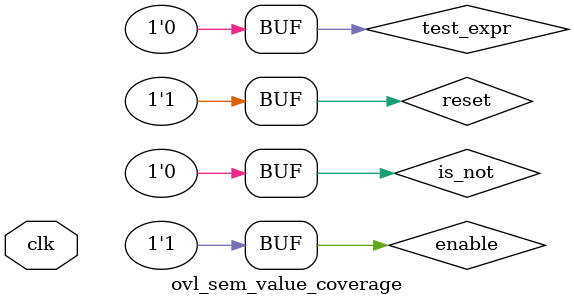
<source format=sv>
module ovl_sem_value_coverage(input logic clk);
  logic reset = 1'b1;
  logic enable = 1'b1;
`ifdef FAIL
  logic test_expr = 1'bx;
`else
  logic test_expr = 1'b0;
`endif
  logic is_not = 1'b0;

  ovl_value_coverage #(
      .width(1),
      .is_not_width(1),
      .is_not_count(0),
      .value_coverage(1)) dut (
      .clock(clk),
      .reset(reset),
      .enable(enable),
      .test_expr(test_expr),
      .is_not(is_not),
      .fire());
endmodule

</source>
